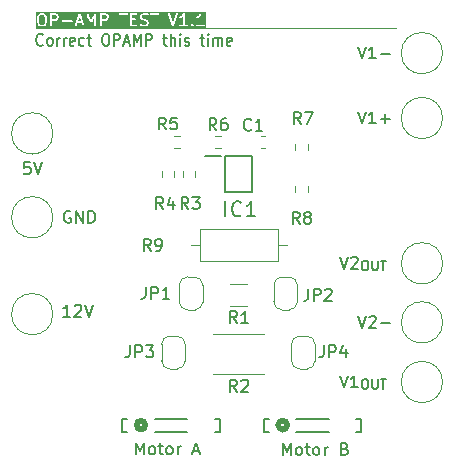
<source format=gbr>
%TF.GenerationSoftware,KiCad,Pcbnew,8.0.2*%
%TF.CreationDate,2024-12-27T17:59:50+11:00*%
%TF.ProjectId,Shutter-TestPlatform,53687574-7465-4722-9d54-657374506c61,rev?*%
%TF.SameCoordinates,Original*%
%TF.FileFunction,Legend,Top*%
%TF.FilePolarity,Positive*%
%FSLAX46Y46*%
G04 Gerber Fmt 4.6, Leading zero omitted, Abs format (unit mm)*
G04 Created by KiCad (PCBNEW 8.0.2) date 2024-12-27 17:59:50*
%MOMM*%
%LPD*%
G01*
G04 APERTURE LIST*
%ADD10C,0.130000*%
%ADD11C,0.100000*%
%ADD12C,0.153000*%
%ADD13C,0.120000*%
%ADD14C,0.152400*%
%ADD15C,0.508000*%
%ADD16C,0.200000*%
G04 APERTURE END LIST*
D10*
X148914097Y-64775620D02*
X148871240Y-64823240D01*
X148871240Y-64823240D02*
X148742668Y-64870859D01*
X148742668Y-64870859D02*
X148656954Y-64870859D01*
X148656954Y-64870859D02*
X148528383Y-64823240D01*
X148528383Y-64823240D02*
X148442668Y-64728001D01*
X148442668Y-64728001D02*
X148399811Y-64632763D01*
X148399811Y-64632763D02*
X148356954Y-64442287D01*
X148356954Y-64442287D02*
X148356954Y-64299430D01*
X148356954Y-64299430D02*
X148399811Y-64108954D01*
X148399811Y-64108954D02*
X148442668Y-64013716D01*
X148442668Y-64013716D02*
X148528383Y-63918478D01*
X148528383Y-63918478D02*
X148656954Y-63870859D01*
X148656954Y-63870859D02*
X148742668Y-63870859D01*
X148742668Y-63870859D02*
X148871240Y-63918478D01*
X148871240Y-63918478D02*
X148914097Y-63966097D01*
X149428383Y-64870859D02*
X149342668Y-64823240D01*
X149342668Y-64823240D02*
X149299811Y-64775620D01*
X149299811Y-64775620D02*
X149256954Y-64680382D01*
X149256954Y-64680382D02*
X149256954Y-64394668D01*
X149256954Y-64394668D02*
X149299811Y-64299430D01*
X149299811Y-64299430D02*
X149342668Y-64251811D01*
X149342668Y-64251811D02*
X149428383Y-64204192D01*
X149428383Y-64204192D02*
X149556954Y-64204192D01*
X149556954Y-64204192D02*
X149642668Y-64251811D01*
X149642668Y-64251811D02*
X149685526Y-64299430D01*
X149685526Y-64299430D02*
X149728383Y-64394668D01*
X149728383Y-64394668D02*
X149728383Y-64680382D01*
X149728383Y-64680382D02*
X149685526Y-64775620D01*
X149685526Y-64775620D02*
X149642668Y-64823240D01*
X149642668Y-64823240D02*
X149556954Y-64870859D01*
X149556954Y-64870859D02*
X149428383Y-64870859D01*
X150114097Y-64870859D02*
X150114097Y-64204192D01*
X150114097Y-64394668D02*
X150156954Y-64299430D01*
X150156954Y-64299430D02*
X150199812Y-64251811D01*
X150199812Y-64251811D02*
X150285526Y-64204192D01*
X150285526Y-64204192D02*
X150371240Y-64204192D01*
X150671240Y-64870859D02*
X150671240Y-64204192D01*
X150671240Y-64394668D02*
X150714097Y-64299430D01*
X150714097Y-64299430D02*
X150756955Y-64251811D01*
X150756955Y-64251811D02*
X150842669Y-64204192D01*
X150842669Y-64204192D02*
X150928383Y-64204192D01*
X151571240Y-64823240D02*
X151485526Y-64870859D01*
X151485526Y-64870859D02*
X151314098Y-64870859D01*
X151314098Y-64870859D02*
X151228383Y-64823240D01*
X151228383Y-64823240D02*
X151185526Y-64728001D01*
X151185526Y-64728001D02*
X151185526Y-64347049D01*
X151185526Y-64347049D02*
X151228383Y-64251811D01*
X151228383Y-64251811D02*
X151314098Y-64204192D01*
X151314098Y-64204192D02*
X151485526Y-64204192D01*
X151485526Y-64204192D02*
X151571240Y-64251811D01*
X151571240Y-64251811D02*
X151614098Y-64347049D01*
X151614098Y-64347049D02*
X151614098Y-64442287D01*
X151614098Y-64442287D02*
X151185526Y-64537525D01*
X152385527Y-64823240D02*
X152299812Y-64870859D01*
X152299812Y-64870859D02*
X152128384Y-64870859D01*
X152128384Y-64870859D02*
X152042669Y-64823240D01*
X152042669Y-64823240D02*
X151999812Y-64775620D01*
X151999812Y-64775620D02*
X151956955Y-64680382D01*
X151956955Y-64680382D02*
X151956955Y-64394668D01*
X151956955Y-64394668D02*
X151999812Y-64299430D01*
X151999812Y-64299430D02*
X152042669Y-64251811D01*
X152042669Y-64251811D02*
X152128384Y-64204192D01*
X152128384Y-64204192D02*
X152299812Y-64204192D01*
X152299812Y-64204192D02*
X152385527Y-64251811D01*
X152642670Y-64204192D02*
X152985527Y-64204192D01*
X152771241Y-63870859D02*
X152771241Y-64728001D01*
X152771241Y-64728001D02*
X152814098Y-64823240D01*
X152814098Y-64823240D02*
X152899813Y-64870859D01*
X152899813Y-64870859D02*
X152985527Y-64870859D01*
X154142670Y-63870859D02*
X154314098Y-63870859D01*
X154314098Y-63870859D02*
X154399813Y-63918478D01*
X154399813Y-63918478D02*
X154485527Y-64013716D01*
X154485527Y-64013716D02*
X154528384Y-64204192D01*
X154528384Y-64204192D02*
X154528384Y-64537525D01*
X154528384Y-64537525D02*
X154485527Y-64728001D01*
X154485527Y-64728001D02*
X154399813Y-64823240D01*
X154399813Y-64823240D02*
X154314098Y-64870859D01*
X154314098Y-64870859D02*
X154142670Y-64870859D01*
X154142670Y-64870859D02*
X154056956Y-64823240D01*
X154056956Y-64823240D02*
X153971241Y-64728001D01*
X153971241Y-64728001D02*
X153928384Y-64537525D01*
X153928384Y-64537525D02*
X153928384Y-64204192D01*
X153928384Y-64204192D02*
X153971241Y-64013716D01*
X153971241Y-64013716D02*
X154056956Y-63918478D01*
X154056956Y-63918478D02*
X154142670Y-63870859D01*
X154914098Y-64870859D02*
X154914098Y-63870859D01*
X154914098Y-63870859D02*
X155256955Y-63870859D01*
X155256955Y-63870859D02*
X155342670Y-63918478D01*
X155342670Y-63918478D02*
X155385527Y-63966097D01*
X155385527Y-63966097D02*
X155428384Y-64061335D01*
X155428384Y-64061335D02*
X155428384Y-64204192D01*
X155428384Y-64204192D02*
X155385527Y-64299430D01*
X155385527Y-64299430D02*
X155342670Y-64347049D01*
X155342670Y-64347049D02*
X155256955Y-64394668D01*
X155256955Y-64394668D02*
X154914098Y-64394668D01*
X155771241Y-64585144D02*
X156199813Y-64585144D01*
X155685527Y-64870859D02*
X155985527Y-63870859D01*
X155985527Y-63870859D02*
X156285527Y-64870859D01*
X156585527Y-64870859D02*
X156585527Y-63870859D01*
X156585527Y-63870859D02*
X156885527Y-64585144D01*
X156885527Y-64585144D02*
X157185527Y-63870859D01*
X157185527Y-63870859D02*
X157185527Y-64870859D01*
X157614098Y-64870859D02*
X157614098Y-63870859D01*
X157614098Y-63870859D02*
X157956955Y-63870859D01*
X157956955Y-63870859D02*
X158042670Y-63918478D01*
X158042670Y-63918478D02*
X158085527Y-63966097D01*
X158085527Y-63966097D02*
X158128384Y-64061335D01*
X158128384Y-64061335D02*
X158128384Y-64204192D01*
X158128384Y-64204192D02*
X158085527Y-64299430D01*
X158085527Y-64299430D02*
X158042670Y-64347049D01*
X158042670Y-64347049D02*
X157956955Y-64394668D01*
X157956955Y-64394668D02*
X157614098Y-64394668D01*
X159071241Y-64204192D02*
X159414098Y-64204192D01*
X159199812Y-63870859D02*
X159199812Y-64728001D01*
X159199812Y-64728001D02*
X159242669Y-64823240D01*
X159242669Y-64823240D02*
X159328384Y-64870859D01*
X159328384Y-64870859D02*
X159414098Y-64870859D01*
X159714098Y-64870859D02*
X159714098Y-63870859D01*
X160099813Y-64870859D02*
X160099813Y-64347049D01*
X160099813Y-64347049D02*
X160056955Y-64251811D01*
X160056955Y-64251811D02*
X159971241Y-64204192D01*
X159971241Y-64204192D02*
X159842670Y-64204192D01*
X159842670Y-64204192D02*
X159756955Y-64251811D01*
X159756955Y-64251811D02*
X159714098Y-64299430D01*
X160528384Y-64870859D02*
X160528384Y-64204192D01*
X160528384Y-63870859D02*
X160485527Y-63918478D01*
X160485527Y-63918478D02*
X160528384Y-63966097D01*
X160528384Y-63966097D02*
X160571241Y-63918478D01*
X160571241Y-63918478D02*
X160528384Y-63870859D01*
X160528384Y-63870859D02*
X160528384Y-63966097D01*
X160914098Y-64823240D02*
X160999812Y-64870859D01*
X160999812Y-64870859D02*
X161171241Y-64870859D01*
X161171241Y-64870859D02*
X161256955Y-64823240D01*
X161256955Y-64823240D02*
X161299812Y-64728001D01*
X161299812Y-64728001D02*
X161299812Y-64680382D01*
X161299812Y-64680382D02*
X161256955Y-64585144D01*
X161256955Y-64585144D02*
X161171241Y-64537525D01*
X161171241Y-64537525D02*
X161042670Y-64537525D01*
X161042670Y-64537525D02*
X160956955Y-64489906D01*
X160956955Y-64489906D02*
X160914098Y-64394668D01*
X160914098Y-64394668D02*
X160914098Y-64347049D01*
X160914098Y-64347049D02*
X160956955Y-64251811D01*
X160956955Y-64251811D02*
X161042670Y-64204192D01*
X161042670Y-64204192D02*
X161171241Y-64204192D01*
X161171241Y-64204192D02*
X161256955Y-64251811D01*
X162242669Y-64204192D02*
X162585526Y-64204192D01*
X162371240Y-63870859D02*
X162371240Y-64728001D01*
X162371240Y-64728001D02*
X162414097Y-64823240D01*
X162414097Y-64823240D02*
X162499812Y-64870859D01*
X162499812Y-64870859D02*
X162585526Y-64870859D01*
X162885526Y-64870859D02*
X162885526Y-64204192D01*
X162885526Y-63870859D02*
X162842669Y-63918478D01*
X162842669Y-63918478D02*
X162885526Y-63966097D01*
X162885526Y-63966097D02*
X162928383Y-63918478D01*
X162928383Y-63918478D02*
X162885526Y-63870859D01*
X162885526Y-63870859D02*
X162885526Y-63966097D01*
X163314097Y-64870859D02*
X163314097Y-64204192D01*
X163314097Y-64299430D02*
X163356954Y-64251811D01*
X163356954Y-64251811D02*
X163442669Y-64204192D01*
X163442669Y-64204192D02*
X163571240Y-64204192D01*
X163571240Y-64204192D02*
X163656954Y-64251811D01*
X163656954Y-64251811D02*
X163699812Y-64347049D01*
X163699812Y-64347049D02*
X163699812Y-64870859D01*
X163699812Y-64347049D02*
X163742669Y-64251811D01*
X163742669Y-64251811D02*
X163828383Y-64204192D01*
X163828383Y-64204192D02*
X163956954Y-64204192D01*
X163956954Y-64204192D02*
X164042669Y-64251811D01*
X164042669Y-64251811D02*
X164085526Y-64347049D01*
X164085526Y-64347049D02*
X164085526Y-64870859D01*
X164856954Y-64823240D02*
X164771240Y-64870859D01*
X164771240Y-64870859D02*
X164599812Y-64870859D01*
X164599812Y-64870859D02*
X164514097Y-64823240D01*
X164514097Y-64823240D02*
X164471240Y-64728001D01*
X164471240Y-64728001D02*
X164471240Y-64347049D01*
X164471240Y-64347049D02*
X164514097Y-64251811D01*
X164514097Y-64251811D02*
X164599812Y-64204192D01*
X164599812Y-64204192D02*
X164771240Y-64204192D01*
X164771240Y-64204192D02*
X164856954Y-64251811D01*
X164856954Y-64251811D02*
X164899812Y-64347049D01*
X164899812Y-64347049D02*
X164899812Y-64442287D01*
X164899812Y-64442287D02*
X164471240Y-64537525D01*
D11*
X178800000Y-63400000D02*
X148355666Y-63402909D01*
D12*
G36*
X148967416Y-62277816D02*
G01*
X149040769Y-62349740D01*
X149081317Y-62507265D01*
X149082644Y-62821645D01*
X149042674Y-62986389D01*
X148972692Y-63057761D01*
X148903759Y-63093277D01*
X148749301Y-63094382D01*
X148681514Y-63061509D01*
X148608162Y-62989583D01*
X148567614Y-62832059D01*
X148566287Y-62517679D01*
X148606257Y-62352936D01*
X148676238Y-62281565D01*
X148745172Y-62246048D01*
X148899630Y-62244943D01*
X148967416Y-62277816D01*
G37*
G36*
X152147942Y-62807762D02*
G01*
X151882026Y-62808558D01*
X152014507Y-62409285D01*
X152147942Y-62807762D01*
G37*
G36*
X150015249Y-62277919D02*
G01*
X150046246Y-62307829D01*
X150081448Y-62376151D01*
X150082444Y-62483075D01*
X150049541Y-62550924D01*
X150019634Y-62581918D01*
X149951486Y-62617030D01*
X149662072Y-62618105D01*
X149661533Y-62245883D01*
X149947002Y-62244823D01*
X150015249Y-62277919D01*
G37*
G36*
X154253344Y-62277919D02*
G01*
X154284341Y-62307829D01*
X154319543Y-62376151D01*
X154320539Y-62483075D01*
X154287636Y-62550924D01*
X154257729Y-62581918D01*
X154189581Y-62617030D01*
X153900167Y-62618105D01*
X153899628Y-62245883D01*
X154185097Y-62244823D01*
X154253344Y-62277919D01*
G37*
G36*
X162724893Y-63357274D02*
G01*
X148303522Y-63357274D01*
X148303522Y-62502996D01*
X148414633Y-62502996D01*
X148416018Y-62831344D01*
X148414724Y-62840048D01*
X148416094Y-62849321D01*
X148416103Y-62851253D01*
X148416534Y-62852294D01*
X148416917Y-62854883D01*
X148463722Y-63036715D01*
X148463722Y-63041729D01*
X148467130Y-63049958D01*
X148469582Y-63059481D01*
X148472968Y-63064051D01*
X148475145Y-63069306D01*
X148484658Y-63080898D01*
X148580452Y-63174829D01*
X148587087Y-63182479D01*
X148590346Y-63184531D01*
X148591489Y-63185651D01*
X148593351Y-63186422D01*
X148599778Y-63190468D01*
X148685492Y-63232035D01*
X148686727Y-63233270D01*
X148695718Y-63236994D01*
X148709022Y-63243446D01*
X148711763Y-63243640D01*
X148714304Y-63244693D01*
X148729228Y-63246163D01*
X148908098Y-63244882D01*
X148910136Y-63245562D01*
X148920990Y-63244790D01*
X148934628Y-63244693D01*
X148937168Y-63243640D01*
X148939910Y-63243446D01*
X148953916Y-63238087D01*
X149048489Y-63189360D01*
X149057444Y-63185651D01*
X149060404Y-63183221D01*
X149061845Y-63182479D01*
X149063169Y-63180952D01*
X149069036Y-63176137D01*
X149157512Y-63085904D01*
X149161580Y-63083464D01*
X149166758Y-63076475D01*
X149173788Y-63069306D01*
X149175965Y-63064049D01*
X149179350Y-63059481D01*
X149184396Y-63045359D01*
X149229595Y-62859058D01*
X149232829Y-62851253D01*
X149233744Y-62841958D01*
X149234208Y-62840048D01*
X149234042Y-62838934D01*
X149234299Y-62836329D01*
X149232913Y-62507980D01*
X149234208Y-62499277D01*
X149232837Y-62490003D01*
X149232829Y-62488072D01*
X149232397Y-62487030D01*
X149232015Y-62484442D01*
X149185210Y-62302609D01*
X149185210Y-62297596D01*
X149181801Y-62289366D01*
X149179350Y-62279844D01*
X149175963Y-62275273D01*
X149173787Y-62270019D01*
X149164274Y-62258426D01*
X149073749Y-62169663D01*
X149509871Y-62169663D01*
X149511341Y-63184587D01*
X149522764Y-63212164D01*
X149543870Y-63233270D01*
X149571447Y-63244693D01*
X149601295Y-63244693D01*
X149628872Y-63233270D01*
X149649978Y-63212164D01*
X149661401Y-63184587D01*
X149662871Y-63169663D01*
X149662857Y-63160095D01*
X151605710Y-63160095D01*
X151607826Y-63189869D01*
X151621175Y-63216566D01*
X151643724Y-63236123D01*
X151672041Y-63245562D01*
X151701815Y-63243446D01*
X151728512Y-63230097D01*
X151748069Y-63207548D01*
X151754183Y-63193854D01*
X151831683Y-62960283D01*
X152198648Y-62959185D01*
X152281815Y-63207547D01*
X152301372Y-63230097D01*
X152328069Y-63243445D01*
X152357843Y-63245562D01*
X152386160Y-63236123D01*
X152408709Y-63216565D01*
X152422058Y-63189868D01*
X152424174Y-63160094D01*
X152420849Y-63145471D01*
X152094087Y-62169663D01*
X152605109Y-62169663D01*
X152606579Y-63184587D01*
X152618002Y-63212164D01*
X152639108Y-63233270D01*
X152666685Y-63244693D01*
X152696533Y-63244693D01*
X152724110Y-63233270D01*
X152745216Y-63212164D01*
X152756639Y-63184587D01*
X152758109Y-63169663D01*
X152757154Y-62510970D01*
X152945685Y-62913042D01*
X152949530Y-62923615D01*
X152951810Y-62926105D01*
X152953262Y-62929201D01*
X152961834Y-62937051D01*
X152969689Y-62945628D01*
X152972771Y-62947066D01*
X152975276Y-62949360D01*
X152986197Y-62953331D01*
X152996737Y-62958250D01*
X153000132Y-62958399D01*
X153003327Y-62959561D01*
X153014942Y-62959050D01*
X153026557Y-62959561D01*
X153029751Y-62958399D01*
X153033147Y-62958250D01*
X153043684Y-62953332D01*
X153054609Y-62949360D01*
X153057114Y-62947065D01*
X153060195Y-62945628D01*
X153068047Y-62937053D01*
X153076622Y-62929201D01*
X153079156Y-62924922D01*
X153080354Y-62923615D01*
X153081026Y-62921766D01*
X153084265Y-62916299D01*
X153272270Y-62511498D01*
X153273245Y-63184587D01*
X153284668Y-63212164D01*
X153305774Y-63233270D01*
X153333351Y-63244693D01*
X153363199Y-63244693D01*
X153390776Y-63233270D01*
X153411882Y-63212164D01*
X153423305Y-63184587D01*
X153424775Y-63169663D01*
X153423328Y-62170780D01*
X153423377Y-62169663D01*
X153747966Y-62169663D01*
X153749436Y-63184587D01*
X153760859Y-63212164D01*
X153781965Y-63233270D01*
X153809542Y-63244693D01*
X153839390Y-63244693D01*
X153866967Y-63233270D01*
X153888073Y-63212164D01*
X153899496Y-63184587D01*
X153900966Y-63169663D01*
X153900386Y-62769690D01*
X154193541Y-62768601D01*
X154195850Y-62769371D01*
X154207401Y-62768550D01*
X154220342Y-62768502D01*
X154222882Y-62767449D01*
X154225624Y-62767255D01*
X154239630Y-62761896D01*
X154334207Y-62713167D01*
X154343157Y-62709460D01*
X154346117Y-62707030D01*
X154347559Y-62706288D01*
X154348883Y-62704761D01*
X154354750Y-62699947D01*
X154402125Y-62650847D01*
X154408710Y-62645137D01*
X154410726Y-62641933D01*
X154411882Y-62640736D01*
X154412654Y-62638870D01*
X154416699Y-62632446D01*
X154458266Y-62546731D01*
X154459501Y-62545497D01*
X154463225Y-62536505D01*
X154469677Y-62523202D01*
X154469871Y-62520460D01*
X154470924Y-62517920D01*
X154472394Y-62502996D01*
X154471169Y-62371577D01*
X154471793Y-62369707D01*
X154471055Y-62359329D01*
X154470924Y-62345215D01*
X154469871Y-62342674D01*
X154469677Y-62339933D01*
X154464318Y-62325927D01*
X154415589Y-62231350D01*
X154411882Y-62222399D01*
X154409452Y-62219438D01*
X154408710Y-62217998D01*
X154407183Y-62216673D01*
X154402368Y-62210807D01*
X154353274Y-62163437D01*
X154347559Y-62156847D01*
X154344352Y-62154828D01*
X154344260Y-62154739D01*
X155368484Y-62154739D01*
X155368484Y-62184587D01*
X155379907Y-62212164D01*
X155401013Y-62233270D01*
X155428590Y-62244693D01*
X155443514Y-62246163D01*
X155652838Y-62245638D01*
X155654198Y-63184587D01*
X155665621Y-63212164D01*
X155686727Y-63233270D01*
X155714304Y-63244693D01*
X155744152Y-63244693D01*
X155771729Y-63233270D01*
X155792835Y-63212164D01*
X155804258Y-63184587D01*
X155805728Y-63169663D01*
X155804389Y-62245258D01*
X156029866Y-62244693D01*
X156057443Y-62233270D01*
X156078549Y-62212164D01*
X156089972Y-62184587D01*
X156089972Y-62169663D01*
X156271776Y-62169663D01*
X156273246Y-63184587D01*
X156284669Y-63212164D01*
X156305775Y-63233270D01*
X156333352Y-63244693D01*
X156348276Y-63246163D01*
X156839390Y-63244693D01*
X156866967Y-63233270D01*
X156888073Y-63212164D01*
X156899496Y-63184587D01*
X156899496Y-63154739D01*
X156888073Y-63127162D01*
X156866967Y-63106056D01*
X156839390Y-63094633D01*
X156824466Y-63093163D01*
X156424666Y-63094359D01*
X156424127Y-62722032D01*
X156696533Y-62720883D01*
X156724110Y-62709460D01*
X156745216Y-62688354D01*
X156756639Y-62660777D01*
X156756639Y-62630929D01*
X156745216Y-62603352D01*
X156724110Y-62582246D01*
X156696533Y-62570823D01*
X156681609Y-62569353D01*
X156423908Y-62570440D01*
X156423603Y-62360139D01*
X157128919Y-62360139D01*
X157130041Y-62444245D01*
X157129520Y-62445809D01*
X157130187Y-62455201D01*
X157130389Y-62470301D01*
X157131441Y-62472841D01*
X157131636Y-62475583D01*
X157136995Y-62489589D01*
X157185723Y-62584166D01*
X157189431Y-62593116D01*
X157191860Y-62596076D01*
X157192603Y-62597518D01*
X157194129Y-62598842D01*
X157198944Y-62604709D01*
X157248043Y-62652084D01*
X157253754Y-62658669D01*
X157256957Y-62660685D01*
X157258155Y-62661841D01*
X157260020Y-62662613D01*
X157266445Y-62666658D01*
X157357615Y-62710871D01*
X157363219Y-62715023D01*
X157374456Y-62719038D01*
X157375689Y-62719636D01*
X157376238Y-62719675D01*
X157377341Y-62720069D01*
X157554580Y-62763070D01*
X157634297Y-62801728D01*
X157665294Y-62831638D01*
X157700562Y-62900088D01*
X157701355Y-62959547D01*
X157668589Y-63027114D01*
X157638680Y-63058110D01*
X157570469Y-63093255D01*
X157364318Y-63094453D01*
X157214987Y-63046145D01*
X157185213Y-63048261D01*
X157158516Y-63061610D01*
X157138959Y-63084159D01*
X157129520Y-63112476D01*
X157131636Y-63142250D01*
X157144985Y-63168947D01*
X157167534Y-63188504D01*
X157181228Y-63194618D01*
X157323836Y-63240751D01*
X157333352Y-63244693D01*
X157337189Y-63245070D01*
X157338707Y-63245562D01*
X157340721Y-63245418D01*
X157348276Y-63246163D01*
X157574660Y-63244847D01*
X157576803Y-63245562D01*
X157587938Y-63244770D01*
X157601295Y-63244693D01*
X157603835Y-63243640D01*
X157606577Y-63243446D01*
X157620583Y-63238087D01*
X157715156Y-63189360D01*
X157724111Y-63185651D01*
X157727071Y-63183221D01*
X157728512Y-63182479D01*
X157729836Y-63180952D01*
X157735703Y-63176137D01*
X157783073Y-63127041D01*
X157789663Y-63121327D01*
X157791681Y-63118120D01*
X157792835Y-63116925D01*
X157793606Y-63115062D01*
X157797652Y-63108636D01*
X157839219Y-63022921D01*
X157840454Y-63021687D01*
X157844178Y-63012695D01*
X157850630Y-62999392D01*
X157850824Y-62996650D01*
X157851877Y-62994110D01*
X157853347Y-62979186D01*
X157852224Y-62895079D01*
X157852746Y-62893516D01*
X157852078Y-62884123D01*
X157851877Y-62869024D01*
X157850824Y-62866483D01*
X157850630Y-62863742D01*
X157845271Y-62849736D01*
X157796542Y-62755159D01*
X157792835Y-62746208D01*
X157790405Y-62743247D01*
X157789663Y-62741807D01*
X157788136Y-62740482D01*
X157783321Y-62734616D01*
X157734227Y-62687246D01*
X157728512Y-62680656D01*
X157725305Y-62678637D01*
X157724110Y-62677484D01*
X157722247Y-62676712D01*
X157715821Y-62672667D01*
X157624650Y-62628453D01*
X157619047Y-62624302D01*
X157607809Y-62620286D01*
X157606577Y-62619689D01*
X157606027Y-62619649D01*
X157604925Y-62619256D01*
X157427685Y-62576254D01*
X157347966Y-62537595D01*
X157316972Y-62507688D01*
X157281703Y-62439236D01*
X157280910Y-62379777D01*
X157313675Y-62312212D01*
X157343585Y-62281215D01*
X157411796Y-62246070D01*
X157617947Y-62244872D01*
X157767278Y-62293181D01*
X157797052Y-62291065D01*
X157823749Y-62277716D01*
X157843307Y-62255167D01*
X157852746Y-62226850D01*
X157850629Y-62197076D01*
X157837281Y-62170379D01*
X157819247Y-62154739D01*
X157987532Y-62154739D01*
X157987532Y-62184587D01*
X157998955Y-62212164D01*
X158020061Y-62233270D01*
X158047638Y-62244693D01*
X158062562Y-62246163D01*
X158271886Y-62245638D01*
X158273246Y-63184587D01*
X158284669Y-63212164D01*
X158305775Y-63233270D01*
X158333352Y-63244693D01*
X158363200Y-63244693D01*
X158390777Y-63233270D01*
X158411883Y-63212164D01*
X158423306Y-63184587D01*
X158424776Y-63169663D01*
X158423437Y-62245258D01*
X158648914Y-62244693D01*
X158676491Y-62233270D01*
X158697597Y-62212164D01*
X158709020Y-62184587D01*
X158709020Y-62179231D01*
X159510473Y-62179231D01*
X159513798Y-62193854D01*
X159845543Y-63184549D01*
X159845922Y-63189869D01*
X159850170Y-63198365D01*
X159853245Y-63207547D01*
X159856825Y-63211675D01*
X159859271Y-63216566D01*
X159866518Y-63222851D01*
X159872802Y-63230097D01*
X159877689Y-63232540D01*
X159881820Y-63236123D01*
X159890924Y-63239157D01*
X159899499Y-63243445D01*
X159904948Y-63243832D01*
X159910137Y-63245562D01*
X159919707Y-63244881D01*
X159929273Y-63245562D01*
X159934458Y-63243833D01*
X159939911Y-63243446D01*
X159948490Y-63239156D01*
X159957590Y-63236123D01*
X159961719Y-63232541D01*
X159966608Y-63230097D01*
X159972895Y-63222848D01*
X159980139Y-63216565D01*
X159982582Y-63211679D01*
X159986165Y-63207548D01*
X159992279Y-63193854D01*
X160240485Y-62445809D01*
X160462854Y-62445809D01*
X160464970Y-62475583D01*
X160478318Y-62502280D01*
X160500868Y-62521837D01*
X160529185Y-62531276D01*
X160558959Y-62529160D01*
X160572965Y-62523801D01*
X160667542Y-62475072D01*
X160676492Y-62471365D01*
X160679452Y-62468935D01*
X160680894Y-62468193D01*
X160682218Y-62466666D01*
X160688085Y-62461852D01*
X160748301Y-62400440D01*
X160749305Y-63094067D01*
X160523829Y-63094633D01*
X160496252Y-63106056D01*
X160475146Y-63127162D01*
X160463723Y-63154739D01*
X160463723Y-63184587D01*
X160475146Y-63212164D01*
X160496252Y-63233270D01*
X160523829Y-63244693D01*
X160538753Y-63246163D01*
X161125105Y-63244693D01*
X161152682Y-63233270D01*
X161173788Y-63212164D01*
X161185211Y-63184587D01*
X161185211Y-63154739D01*
X161173788Y-63127162D01*
X161153747Y-63107121D01*
X161416104Y-63107121D01*
X161416104Y-63136969D01*
X161427527Y-63164546D01*
X161427531Y-63164550D01*
X161437040Y-63176138D01*
X161496251Y-63233270D01*
X161507674Y-63238001D01*
X161523829Y-63244693D01*
X161553677Y-63244693D01*
X161581254Y-63233270D01*
X161592847Y-63223757D01*
X161649979Y-63164546D01*
X161661401Y-63136969D01*
X161661401Y-63122760D01*
X161661402Y-63107120D01*
X161649979Y-63079543D01*
X161640466Y-63067951D01*
X161581255Y-63010817D01*
X161553678Y-62999394D01*
X161553677Y-62999394D01*
X161523829Y-62999394D01*
X161515752Y-63002739D01*
X161496252Y-63010816D01*
X161496251Y-63010817D01*
X161484659Y-63020331D01*
X161427526Y-63079543D01*
X161416104Y-63107121D01*
X161153747Y-63107121D01*
X161152682Y-63106056D01*
X161125105Y-63094633D01*
X161110181Y-63093163D01*
X160900856Y-63093687D01*
X160899918Y-62445809D01*
X161891425Y-62445809D01*
X161893541Y-62475583D01*
X161906889Y-62502280D01*
X161929439Y-62521837D01*
X161957756Y-62531276D01*
X161987530Y-62529160D01*
X162001536Y-62523801D01*
X162096113Y-62475072D01*
X162105063Y-62471365D01*
X162108023Y-62468935D01*
X162109465Y-62468193D01*
X162110789Y-62466666D01*
X162116656Y-62461852D01*
X162176872Y-62400440D01*
X162177876Y-63094067D01*
X161952400Y-63094633D01*
X161924823Y-63106056D01*
X161903717Y-63127162D01*
X161892294Y-63154739D01*
X161892294Y-63184587D01*
X161903717Y-63212164D01*
X161924823Y-63233270D01*
X161952400Y-63244693D01*
X161967324Y-63246163D01*
X162553676Y-63244693D01*
X162581253Y-63233270D01*
X162602359Y-63212164D01*
X162613782Y-63184587D01*
X162613782Y-63154739D01*
X162602359Y-63127162D01*
X162581253Y-63106056D01*
X162553676Y-63094633D01*
X162538752Y-63093163D01*
X162329427Y-63093687D01*
X162328100Y-62176851D01*
X162329538Y-62169583D01*
X162328078Y-62162287D01*
X162328068Y-62154739D01*
X162325169Y-62147741D01*
X162323684Y-62140314D01*
X162319512Y-62134084D01*
X162316645Y-62127162D01*
X162311291Y-62121808D01*
X162307075Y-62115512D01*
X162300835Y-62111352D01*
X162295539Y-62106056D01*
X162288544Y-62103158D01*
X162282240Y-62098956D01*
X162274886Y-62097501D01*
X162267962Y-62094633D01*
X162260388Y-62094633D01*
X162252958Y-62093163D01*
X162245608Y-62094633D01*
X162238114Y-62094633D01*
X162231116Y-62097531D01*
X162223689Y-62099017D01*
X162217460Y-62103188D01*
X162210537Y-62106056D01*
X162205182Y-62111410D01*
X162198888Y-62115626D01*
X162189481Y-62127111D01*
X162189431Y-62127162D01*
X162189421Y-62127184D01*
X162189386Y-62127228D01*
X162102801Y-62259348D01*
X162020313Y-62343474D01*
X161920421Y-62394942D01*
X161900864Y-62417492D01*
X161891425Y-62445809D01*
X160899918Y-62445809D01*
X160899529Y-62176851D01*
X160900967Y-62169583D01*
X160899507Y-62162287D01*
X160899497Y-62154739D01*
X160896598Y-62147741D01*
X160895113Y-62140314D01*
X160890941Y-62134084D01*
X160888074Y-62127162D01*
X160882720Y-62121808D01*
X160878504Y-62115512D01*
X160872264Y-62111352D01*
X160866968Y-62106056D01*
X160859973Y-62103158D01*
X160853669Y-62098956D01*
X160846315Y-62097501D01*
X160839391Y-62094633D01*
X160831817Y-62094633D01*
X160824387Y-62093163D01*
X160817037Y-62094633D01*
X160809543Y-62094633D01*
X160802545Y-62097531D01*
X160795118Y-62099017D01*
X160788889Y-62103188D01*
X160781966Y-62106056D01*
X160776611Y-62111410D01*
X160770317Y-62115626D01*
X160760910Y-62127111D01*
X160760860Y-62127162D01*
X160760850Y-62127184D01*
X160760815Y-62127228D01*
X160674230Y-62259348D01*
X160591742Y-62343474D01*
X160491850Y-62394942D01*
X160472293Y-62417492D01*
X160462854Y-62445809D01*
X160240485Y-62445809D01*
X160328937Y-62179232D01*
X160326821Y-62149458D01*
X160313472Y-62122761D01*
X160290923Y-62103203D01*
X160262606Y-62093764D01*
X160232832Y-62095881D01*
X160206135Y-62109229D01*
X160186578Y-62131779D01*
X160180464Y-62145472D01*
X159920139Y-62930040D01*
X159652832Y-62131778D01*
X159633275Y-62109229D01*
X159606578Y-62095880D01*
X159576804Y-62093764D01*
X159548487Y-62103203D01*
X159525938Y-62122760D01*
X159512589Y-62149457D01*
X159510473Y-62179231D01*
X158709020Y-62179231D01*
X158709020Y-62154739D01*
X158697597Y-62127162D01*
X158676491Y-62106056D01*
X158648914Y-62094633D01*
X158633990Y-62093163D01*
X158047638Y-62094633D01*
X158020061Y-62106056D01*
X157998955Y-62127162D01*
X157987532Y-62154739D01*
X157819247Y-62154739D01*
X157814731Y-62150822D01*
X157801038Y-62144708D01*
X157658433Y-62098576D01*
X157648914Y-62094633D01*
X157645075Y-62094254D01*
X157643558Y-62093764D01*
X157641544Y-62093907D01*
X157633990Y-62093163D01*
X157407605Y-62094478D01*
X157405463Y-62093764D01*
X157394327Y-62094555D01*
X157380971Y-62094633D01*
X157378430Y-62095685D01*
X157375689Y-62095880D01*
X157361683Y-62101239D01*
X157267106Y-62149967D01*
X157258155Y-62153675D01*
X157255194Y-62156104D01*
X157253754Y-62156847D01*
X157252429Y-62158373D01*
X157246563Y-62163189D01*
X157199193Y-62212282D01*
X157192603Y-62217998D01*
X157190584Y-62221204D01*
X157189431Y-62222400D01*
X157188659Y-62224262D01*
X157184614Y-62230689D01*
X157143046Y-62316403D01*
X157141812Y-62317638D01*
X157138087Y-62326629D01*
X157131636Y-62339933D01*
X157131441Y-62342674D01*
X157130389Y-62345215D01*
X157128919Y-62360139D01*
X156423603Y-62360139D01*
X156423438Y-62245938D01*
X156839390Y-62244693D01*
X156866967Y-62233270D01*
X156888073Y-62212164D01*
X156899496Y-62184587D01*
X156899496Y-62154739D01*
X156888073Y-62127162D01*
X156866967Y-62106056D01*
X156839390Y-62094633D01*
X156824466Y-62093163D01*
X156333352Y-62094633D01*
X156305775Y-62106056D01*
X156284669Y-62127162D01*
X156273246Y-62154739D01*
X156271776Y-62169663D01*
X156089972Y-62169663D01*
X156089972Y-62154739D01*
X156078549Y-62127162D01*
X156057443Y-62106056D01*
X156029866Y-62094633D01*
X156014942Y-62093163D01*
X155428590Y-62094633D01*
X155401013Y-62106056D01*
X155379907Y-62127162D01*
X155368484Y-62154739D01*
X154344260Y-62154739D01*
X154343157Y-62153675D01*
X154341294Y-62152903D01*
X154334868Y-62148858D01*
X154249153Y-62107290D01*
X154247919Y-62106056D01*
X154238927Y-62102331D01*
X154225624Y-62095880D01*
X154222882Y-62095685D01*
X154220342Y-62094633D01*
X154205418Y-62093163D01*
X153809542Y-62094633D01*
X153781965Y-62106056D01*
X153760859Y-62127162D01*
X153749436Y-62154739D01*
X153747966Y-62169663D01*
X153423377Y-62169663D01*
X153423888Y-62158048D01*
X153423307Y-62156451D01*
X153423305Y-62154739D01*
X153418224Y-62142474D01*
X153413687Y-62129996D01*
X153412534Y-62128737D01*
X153411882Y-62127162D01*
X153402498Y-62117778D01*
X153393528Y-62107983D01*
X153391981Y-62107261D01*
X153390776Y-62106056D01*
X153378516Y-62100977D01*
X153366480Y-62095361D01*
X153364775Y-62095286D01*
X153363199Y-62094633D01*
X153349921Y-62094633D01*
X153336660Y-62094050D01*
X153335057Y-62094633D01*
X153333351Y-62094633D01*
X153321082Y-62099715D01*
X153308609Y-62104251D01*
X153307351Y-62105402D01*
X153305774Y-62106056D01*
X153296385Y-62115444D01*
X153286595Y-62124410D01*
X153285396Y-62126433D01*
X153284668Y-62127162D01*
X153283978Y-62128827D01*
X153278952Y-62137312D01*
X153015409Y-62704753D01*
X152750038Y-62138805D01*
X152745216Y-62127162D01*
X152744017Y-62125963D01*
X152743289Y-62124410D01*
X152733493Y-62115439D01*
X152724110Y-62106056D01*
X152722534Y-62105403D01*
X152721276Y-62104251D01*
X152708797Y-62099713D01*
X152696533Y-62094633D01*
X152694827Y-62094633D01*
X152693224Y-62094050D01*
X152679963Y-62094633D01*
X152666685Y-62094633D01*
X152665108Y-62095286D01*
X152663404Y-62095361D01*
X152651367Y-62100977D01*
X152639108Y-62106056D01*
X152637902Y-62107261D01*
X152636356Y-62107983D01*
X152627385Y-62117778D01*
X152618002Y-62127162D01*
X152617349Y-62128737D01*
X152616197Y-62129996D01*
X152611659Y-62142474D01*
X152606579Y-62154739D01*
X152606348Y-62157078D01*
X152605996Y-62158048D01*
X152606075Y-62159852D01*
X152605109Y-62169663D01*
X152094087Y-62169663D01*
X152089102Y-62154775D01*
X152088725Y-62149458D01*
X152084478Y-62140965D01*
X152081402Y-62131778D01*
X152077819Y-62127646D01*
X152075376Y-62122761D01*
X152068132Y-62116477D01*
X152061845Y-62109229D01*
X152056956Y-62106784D01*
X152052827Y-62103203D01*
X152043727Y-62100169D01*
X152035148Y-62095880D01*
X152029695Y-62095492D01*
X152024510Y-62093764D01*
X152014944Y-62094444D01*
X152005374Y-62093764D01*
X152000185Y-62095493D01*
X151994736Y-62095881D01*
X151986161Y-62100168D01*
X151977057Y-62103203D01*
X151972926Y-62106785D01*
X151968039Y-62109229D01*
X151961755Y-62116474D01*
X151954508Y-62122760D01*
X151952062Y-62127650D01*
X151948482Y-62131779D01*
X151942368Y-62145472D01*
X151704189Y-62863295D01*
X151701817Y-62869024D01*
X151701817Y-62870446D01*
X151605710Y-63160095D01*
X149662857Y-63160095D01*
X149662297Y-62773786D01*
X150511341Y-62773786D01*
X150511341Y-62803634D01*
X150522764Y-62831211D01*
X150543870Y-62852317D01*
X150571447Y-62863740D01*
X150586371Y-62865210D01*
X151363200Y-62863740D01*
X151390777Y-62852317D01*
X151411883Y-62831211D01*
X151423306Y-62803634D01*
X151423306Y-62773786D01*
X151411883Y-62746209D01*
X151390777Y-62725103D01*
X151363200Y-62713680D01*
X151348276Y-62712210D01*
X150571447Y-62713680D01*
X150543870Y-62725103D01*
X150522764Y-62746209D01*
X150511341Y-62773786D01*
X149662297Y-62773786D01*
X149662291Y-62769690D01*
X149955446Y-62768601D01*
X149957755Y-62769371D01*
X149969306Y-62768550D01*
X149982247Y-62768502D01*
X149984787Y-62767449D01*
X149987529Y-62767255D01*
X150001535Y-62761896D01*
X150096112Y-62713167D01*
X150105062Y-62709460D01*
X150108022Y-62707030D01*
X150109464Y-62706288D01*
X150110788Y-62704761D01*
X150116655Y-62699947D01*
X150164030Y-62650847D01*
X150170615Y-62645137D01*
X150172631Y-62641933D01*
X150173787Y-62640736D01*
X150174559Y-62638870D01*
X150178604Y-62632446D01*
X150220171Y-62546731D01*
X150221406Y-62545497D01*
X150225130Y-62536505D01*
X150231582Y-62523202D01*
X150231776Y-62520460D01*
X150232829Y-62517920D01*
X150234299Y-62502996D01*
X150233074Y-62371577D01*
X150233698Y-62369707D01*
X150232960Y-62359329D01*
X150232829Y-62345215D01*
X150231776Y-62342674D01*
X150231582Y-62339933D01*
X150226223Y-62325927D01*
X150177494Y-62231350D01*
X150173787Y-62222399D01*
X150171357Y-62219438D01*
X150170615Y-62217998D01*
X150169088Y-62216673D01*
X150164273Y-62210807D01*
X150115179Y-62163437D01*
X150109464Y-62156847D01*
X150106257Y-62154828D01*
X150105062Y-62153675D01*
X150103199Y-62152903D01*
X150096773Y-62148858D01*
X150011058Y-62107290D01*
X150009824Y-62106056D01*
X150000832Y-62102331D01*
X149987529Y-62095880D01*
X149984787Y-62095685D01*
X149982247Y-62094633D01*
X149967323Y-62093163D01*
X149571447Y-62094633D01*
X149543870Y-62106056D01*
X149522764Y-62127162D01*
X149511341Y-62154739D01*
X149509871Y-62169663D01*
X149073749Y-62169663D01*
X149068478Y-62164495D01*
X149061845Y-62156847D01*
X149058585Y-62154794D01*
X149057443Y-62153675D01*
X149055580Y-62152903D01*
X149049154Y-62148858D01*
X148963439Y-62107290D01*
X148962205Y-62106056D01*
X148953213Y-62102331D01*
X148939910Y-62095880D01*
X148937168Y-62095685D01*
X148934628Y-62094633D01*
X148919704Y-62093163D01*
X148740833Y-62094443D01*
X148738796Y-62093764D01*
X148727941Y-62094535D01*
X148714304Y-62094633D01*
X148711763Y-62095685D01*
X148709022Y-62095880D01*
X148695016Y-62101239D01*
X148600438Y-62149967D01*
X148591489Y-62153675D01*
X148588528Y-62156104D01*
X148587087Y-62156847D01*
X148585762Y-62158373D01*
X148579896Y-62163188D01*
X148491421Y-62253419D01*
X148487352Y-62255861D01*
X148482170Y-62262853D01*
X148475145Y-62270019D01*
X148472968Y-62275273D01*
X148469582Y-62279844D01*
X148464536Y-62293966D01*
X148419336Y-62480266D01*
X148416103Y-62488072D01*
X148415187Y-62497366D01*
X148414724Y-62499277D01*
X148414889Y-62500390D01*
X148414633Y-62502996D01*
X148303522Y-62502996D01*
X148303522Y-61982052D01*
X162724893Y-61982052D01*
X162724893Y-63357274D01*
G37*
X159083333Y-78704663D02*
X158750000Y-78228472D01*
X158511905Y-78704663D02*
X158511905Y-77704663D01*
X158511905Y-77704663D02*
X158892857Y-77704663D01*
X158892857Y-77704663D02*
X158988095Y-77752282D01*
X158988095Y-77752282D02*
X159035714Y-77799901D01*
X159035714Y-77799901D02*
X159083333Y-77895139D01*
X159083333Y-77895139D02*
X159083333Y-78037996D01*
X159083333Y-78037996D02*
X159035714Y-78133234D01*
X159035714Y-78133234D02*
X158988095Y-78180853D01*
X158988095Y-78180853D02*
X158892857Y-78228472D01*
X158892857Y-78228472D02*
X158511905Y-78228472D01*
X159940476Y-78037996D02*
X159940476Y-78704663D01*
X159702381Y-77657044D02*
X159464286Y-78371329D01*
X159464286Y-78371329D02*
X160083333Y-78371329D01*
X170633333Y-79954663D02*
X170300000Y-79478472D01*
X170061905Y-79954663D02*
X170061905Y-78954663D01*
X170061905Y-78954663D02*
X170442857Y-78954663D01*
X170442857Y-78954663D02*
X170538095Y-79002282D01*
X170538095Y-79002282D02*
X170585714Y-79049901D01*
X170585714Y-79049901D02*
X170633333Y-79145139D01*
X170633333Y-79145139D02*
X170633333Y-79287996D01*
X170633333Y-79287996D02*
X170585714Y-79383234D01*
X170585714Y-79383234D02*
X170538095Y-79430853D01*
X170538095Y-79430853D02*
X170442857Y-79478472D01*
X170442857Y-79478472D02*
X170061905Y-79478472D01*
X171204762Y-79383234D02*
X171109524Y-79335615D01*
X171109524Y-79335615D02*
X171061905Y-79287996D01*
X171061905Y-79287996D02*
X171014286Y-79192758D01*
X171014286Y-79192758D02*
X171014286Y-79145139D01*
X171014286Y-79145139D02*
X171061905Y-79049901D01*
X171061905Y-79049901D02*
X171109524Y-79002282D01*
X171109524Y-79002282D02*
X171204762Y-78954663D01*
X171204762Y-78954663D02*
X171395238Y-78954663D01*
X171395238Y-78954663D02*
X171490476Y-79002282D01*
X171490476Y-79002282D02*
X171538095Y-79049901D01*
X171538095Y-79049901D02*
X171585714Y-79145139D01*
X171585714Y-79145139D02*
X171585714Y-79192758D01*
X171585714Y-79192758D02*
X171538095Y-79287996D01*
X171538095Y-79287996D02*
X171490476Y-79335615D01*
X171490476Y-79335615D02*
X171395238Y-79383234D01*
X171395238Y-79383234D02*
X171204762Y-79383234D01*
X171204762Y-79383234D02*
X171109524Y-79430853D01*
X171109524Y-79430853D02*
X171061905Y-79478472D01*
X171061905Y-79478472D02*
X171014286Y-79573710D01*
X171014286Y-79573710D02*
X171014286Y-79764186D01*
X171014286Y-79764186D02*
X171061905Y-79859424D01*
X171061905Y-79859424D02*
X171109524Y-79907044D01*
X171109524Y-79907044D02*
X171204762Y-79954663D01*
X171204762Y-79954663D02*
X171395238Y-79954663D01*
X171395238Y-79954663D02*
X171490476Y-79907044D01*
X171490476Y-79907044D02*
X171538095Y-79859424D01*
X171538095Y-79859424D02*
X171585714Y-79764186D01*
X171585714Y-79764186D02*
X171585714Y-79573710D01*
X171585714Y-79573710D02*
X171538095Y-79478472D01*
X171538095Y-79478472D02*
X171490476Y-79430853D01*
X171490476Y-79430853D02*
X171395238Y-79383234D01*
X172666666Y-90254663D02*
X172666666Y-90968948D01*
X172666666Y-90968948D02*
X172619047Y-91111805D01*
X172619047Y-91111805D02*
X172523809Y-91207044D01*
X172523809Y-91207044D02*
X172380952Y-91254663D01*
X172380952Y-91254663D02*
X172285714Y-91254663D01*
X173142857Y-91254663D02*
X173142857Y-90254663D01*
X173142857Y-90254663D02*
X173523809Y-90254663D01*
X173523809Y-90254663D02*
X173619047Y-90302282D01*
X173619047Y-90302282D02*
X173666666Y-90349901D01*
X173666666Y-90349901D02*
X173714285Y-90445139D01*
X173714285Y-90445139D02*
X173714285Y-90587996D01*
X173714285Y-90587996D02*
X173666666Y-90683234D01*
X173666666Y-90683234D02*
X173619047Y-90730853D01*
X173619047Y-90730853D02*
X173523809Y-90778472D01*
X173523809Y-90778472D02*
X173142857Y-90778472D01*
X174571428Y-90587996D02*
X174571428Y-91254663D01*
X174333333Y-90207044D02*
X174095238Y-90921329D01*
X174095238Y-90921329D02*
X174714285Y-90921329D01*
X175571429Y-64954663D02*
X175904762Y-65954663D01*
X175904762Y-65954663D02*
X176238095Y-64954663D01*
X177095238Y-65954663D02*
X176523810Y-65954663D01*
X176809524Y-65954663D02*
X176809524Y-64954663D01*
X176809524Y-64954663D02*
X176714286Y-65097520D01*
X176714286Y-65097520D02*
X176619048Y-65192758D01*
X176619048Y-65192758D02*
X176523810Y-65240377D01*
X177523810Y-65573710D02*
X178285715Y-65573710D01*
X157616666Y-85304663D02*
X157616666Y-86018948D01*
X157616666Y-86018948D02*
X157569047Y-86161805D01*
X157569047Y-86161805D02*
X157473809Y-86257044D01*
X157473809Y-86257044D02*
X157330952Y-86304663D01*
X157330952Y-86304663D02*
X157235714Y-86304663D01*
X158092857Y-86304663D02*
X158092857Y-85304663D01*
X158092857Y-85304663D02*
X158473809Y-85304663D01*
X158473809Y-85304663D02*
X158569047Y-85352282D01*
X158569047Y-85352282D02*
X158616666Y-85399901D01*
X158616666Y-85399901D02*
X158664285Y-85495139D01*
X158664285Y-85495139D02*
X158664285Y-85637996D01*
X158664285Y-85637996D02*
X158616666Y-85733234D01*
X158616666Y-85733234D02*
X158569047Y-85780853D01*
X158569047Y-85780853D02*
X158473809Y-85828472D01*
X158473809Y-85828472D02*
X158092857Y-85828472D01*
X159616666Y-86304663D02*
X159045238Y-86304663D01*
X159330952Y-86304663D02*
X159330952Y-85304663D01*
X159330952Y-85304663D02*
X159235714Y-85447520D01*
X159235714Y-85447520D02*
X159140476Y-85542758D01*
X159140476Y-85542758D02*
X159045238Y-85590377D01*
X158033333Y-82254663D02*
X157700000Y-81778472D01*
X157461905Y-82254663D02*
X157461905Y-81254663D01*
X157461905Y-81254663D02*
X157842857Y-81254663D01*
X157842857Y-81254663D02*
X157938095Y-81302282D01*
X157938095Y-81302282D02*
X157985714Y-81349901D01*
X157985714Y-81349901D02*
X158033333Y-81445139D01*
X158033333Y-81445139D02*
X158033333Y-81587996D01*
X158033333Y-81587996D02*
X157985714Y-81683234D01*
X157985714Y-81683234D02*
X157938095Y-81730853D01*
X157938095Y-81730853D02*
X157842857Y-81778472D01*
X157842857Y-81778472D02*
X157461905Y-81778472D01*
X158509524Y-82254663D02*
X158700000Y-82254663D01*
X158700000Y-82254663D02*
X158795238Y-82207044D01*
X158795238Y-82207044D02*
X158842857Y-82159424D01*
X158842857Y-82159424D02*
X158938095Y-82016567D01*
X158938095Y-82016567D02*
X158985714Y-81826091D01*
X158985714Y-81826091D02*
X158985714Y-81445139D01*
X158985714Y-81445139D02*
X158938095Y-81349901D01*
X158938095Y-81349901D02*
X158890476Y-81302282D01*
X158890476Y-81302282D02*
X158795238Y-81254663D01*
X158795238Y-81254663D02*
X158604762Y-81254663D01*
X158604762Y-81254663D02*
X158509524Y-81302282D01*
X158509524Y-81302282D02*
X158461905Y-81349901D01*
X158461905Y-81349901D02*
X158414286Y-81445139D01*
X158414286Y-81445139D02*
X158414286Y-81683234D01*
X158414286Y-81683234D02*
X158461905Y-81778472D01*
X158461905Y-81778472D02*
X158509524Y-81826091D01*
X158509524Y-81826091D02*
X158604762Y-81873710D01*
X158604762Y-81873710D02*
X158795238Y-81873710D01*
X158795238Y-81873710D02*
X158890476Y-81826091D01*
X158890476Y-81826091D02*
X158938095Y-81778472D01*
X158938095Y-81778472D02*
X158985714Y-81683234D01*
X169225714Y-99524663D02*
X169225714Y-98524663D01*
X169225714Y-98524663D02*
X169559047Y-99238948D01*
X169559047Y-99238948D02*
X169892380Y-98524663D01*
X169892380Y-98524663D02*
X169892380Y-99524663D01*
X170511428Y-99524663D02*
X170416190Y-99477044D01*
X170416190Y-99477044D02*
X170368571Y-99429424D01*
X170368571Y-99429424D02*
X170320952Y-99334186D01*
X170320952Y-99334186D02*
X170320952Y-99048472D01*
X170320952Y-99048472D02*
X170368571Y-98953234D01*
X170368571Y-98953234D02*
X170416190Y-98905615D01*
X170416190Y-98905615D02*
X170511428Y-98857996D01*
X170511428Y-98857996D02*
X170654285Y-98857996D01*
X170654285Y-98857996D02*
X170749523Y-98905615D01*
X170749523Y-98905615D02*
X170797142Y-98953234D01*
X170797142Y-98953234D02*
X170844761Y-99048472D01*
X170844761Y-99048472D02*
X170844761Y-99334186D01*
X170844761Y-99334186D02*
X170797142Y-99429424D01*
X170797142Y-99429424D02*
X170749523Y-99477044D01*
X170749523Y-99477044D02*
X170654285Y-99524663D01*
X170654285Y-99524663D02*
X170511428Y-99524663D01*
X171130476Y-98857996D02*
X171511428Y-98857996D01*
X171273333Y-98524663D02*
X171273333Y-99381805D01*
X171273333Y-99381805D02*
X171320952Y-99477044D01*
X171320952Y-99477044D02*
X171416190Y-99524663D01*
X171416190Y-99524663D02*
X171511428Y-99524663D01*
X171987619Y-99524663D02*
X171892381Y-99477044D01*
X171892381Y-99477044D02*
X171844762Y-99429424D01*
X171844762Y-99429424D02*
X171797143Y-99334186D01*
X171797143Y-99334186D02*
X171797143Y-99048472D01*
X171797143Y-99048472D02*
X171844762Y-98953234D01*
X171844762Y-98953234D02*
X171892381Y-98905615D01*
X171892381Y-98905615D02*
X171987619Y-98857996D01*
X171987619Y-98857996D02*
X172130476Y-98857996D01*
X172130476Y-98857996D02*
X172225714Y-98905615D01*
X172225714Y-98905615D02*
X172273333Y-98953234D01*
X172273333Y-98953234D02*
X172320952Y-99048472D01*
X172320952Y-99048472D02*
X172320952Y-99334186D01*
X172320952Y-99334186D02*
X172273333Y-99429424D01*
X172273333Y-99429424D02*
X172225714Y-99477044D01*
X172225714Y-99477044D02*
X172130476Y-99524663D01*
X172130476Y-99524663D02*
X171987619Y-99524663D01*
X172749524Y-99524663D02*
X172749524Y-98857996D01*
X172749524Y-99048472D02*
X172797143Y-98953234D01*
X172797143Y-98953234D02*
X172844762Y-98905615D01*
X172844762Y-98905615D02*
X172940000Y-98857996D01*
X172940000Y-98857996D02*
X173035238Y-98857996D01*
X174463810Y-99000853D02*
X174606667Y-99048472D01*
X174606667Y-99048472D02*
X174654286Y-99096091D01*
X174654286Y-99096091D02*
X174701905Y-99191329D01*
X174701905Y-99191329D02*
X174701905Y-99334186D01*
X174701905Y-99334186D02*
X174654286Y-99429424D01*
X174654286Y-99429424D02*
X174606667Y-99477044D01*
X174606667Y-99477044D02*
X174511429Y-99524663D01*
X174511429Y-99524663D02*
X174130477Y-99524663D01*
X174130477Y-99524663D02*
X174130477Y-98524663D01*
X174130477Y-98524663D02*
X174463810Y-98524663D01*
X174463810Y-98524663D02*
X174559048Y-98572282D01*
X174559048Y-98572282D02*
X174606667Y-98619901D01*
X174606667Y-98619901D02*
X174654286Y-98715139D01*
X174654286Y-98715139D02*
X174654286Y-98810377D01*
X174654286Y-98810377D02*
X174606667Y-98905615D01*
X174606667Y-98905615D02*
X174559048Y-98953234D01*
X174559048Y-98953234D02*
X174463810Y-99000853D01*
X174463810Y-99000853D02*
X174130477Y-99000853D01*
X159326046Y-71954663D02*
X158992713Y-71478472D01*
X158754618Y-71954663D02*
X158754618Y-70954663D01*
X158754618Y-70954663D02*
X159135570Y-70954663D01*
X159135570Y-70954663D02*
X159230808Y-71002282D01*
X159230808Y-71002282D02*
X159278427Y-71049901D01*
X159278427Y-71049901D02*
X159326046Y-71145139D01*
X159326046Y-71145139D02*
X159326046Y-71287996D01*
X159326046Y-71287996D02*
X159278427Y-71383234D01*
X159278427Y-71383234D02*
X159230808Y-71430853D01*
X159230808Y-71430853D02*
X159135570Y-71478472D01*
X159135570Y-71478472D02*
X158754618Y-71478472D01*
X160230808Y-70954663D02*
X159754618Y-70954663D01*
X159754618Y-70954663D02*
X159706999Y-71430853D01*
X159706999Y-71430853D02*
X159754618Y-71383234D01*
X159754618Y-71383234D02*
X159849856Y-71335615D01*
X159849856Y-71335615D02*
X160087951Y-71335615D01*
X160087951Y-71335615D02*
X160183189Y-71383234D01*
X160183189Y-71383234D02*
X160230808Y-71430853D01*
X160230808Y-71430853D02*
X160278427Y-71526091D01*
X160278427Y-71526091D02*
X160278427Y-71764186D01*
X160278427Y-71764186D02*
X160230808Y-71859424D01*
X160230808Y-71859424D02*
X160183189Y-71907044D01*
X160183189Y-71907044D02*
X160087951Y-71954663D01*
X160087951Y-71954663D02*
X159849856Y-71954663D01*
X159849856Y-71954663D02*
X159754618Y-71907044D01*
X159754618Y-71907044D02*
X159706999Y-71859424D01*
X166533333Y-71959424D02*
X166485714Y-72007044D01*
X166485714Y-72007044D02*
X166342857Y-72054663D01*
X166342857Y-72054663D02*
X166247619Y-72054663D01*
X166247619Y-72054663D02*
X166104762Y-72007044D01*
X166104762Y-72007044D02*
X166009524Y-71911805D01*
X166009524Y-71911805D02*
X165961905Y-71816567D01*
X165961905Y-71816567D02*
X165914286Y-71626091D01*
X165914286Y-71626091D02*
X165914286Y-71483234D01*
X165914286Y-71483234D02*
X165961905Y-71292758D01*
X165961905Y-71292758D02*
X166009524Y-71197520D01*
X166009524Y-71197520D02*
X166104762Y-71102282D01*
X166104762Y-71102282D02*
X166247619Y-71054663D01*
X166247619Y-71054663D02*
X166342857Y-71054663D01*
X166342857Y-71054663D02*
X166485714Y-71102282D01*
X166485714Y-71102282D02*
X166533333Y-71149901D01*
X167485714Y-72054663D02*
X166914286Y-72054663D01*
X167200000Y-72054663D02*
X167200000Y-71054663D01*
X167200000Y-71054663D02*
X167104762Y-71197520D01*
X167104762Y-71197520D02*
X167009524Y-71292758D01*
X167009524Y-71292758D02*
X166914286Y-71340377D01*
X163583333Y-72024663D02*
X163250000Y-71548472D01*
X163011905Y-72024663D02*
X163011905Y-71024663D01*
X163011905Y-71024663D02*
X163392857Y-71024663D01*
X163392857Y-71024663D02*
X163488095Y-71072282D01*
X163488095Y-71072282D02*
X163535714Y-71119901D01*
X163535714Y-71119901D02*
X163583333Y-71215139D01*
X163583333Y-71215139D02*
X163583333Y-71357996D01*
X163583333Y-71357996D02*
X163535714Y-71453234D01*
X163535714Y-71453234D02*
X163488095Y-71500853D01*
X163488095Y-71500853D02*
X163392857Y-71548472D01*
X163392857Y-71548472D02*
X163011905Y-71548472D01*
X164440476Y-71024663D02*
X164250000Y-71024663D01*
X164250000Y-71024663D02*
X164154762Y-71072282D01*
X164154762Y-71072282D02*
X164107143Y-71119901D01*
X164107143Y-71119901D02*
X164011905Y-71262758D01*
X164011905Y-71262758D02*
X163964286Y-71453234D01*
X163964286Y-71453234D02*
X163964286Y-71834186D01*
X163964286Y-71834186D02*
X164011905Y-71929424D01*
X164011905Y-71929424D02*
X164059524Y-71977044D01*
X164059524Y-71977044D02*
X164154762Y-72024663D01*
X164154762Y-72024663D02*
X164345238Y-72024663D01*
X164345238Y-72024663D02*
X164440476Y-71977044D01*
X164440476Y-71977044D02*
X164488095Y-71929424D01*
X164488095Y-71929424D02*
X164535714Y-71834186D01*
X164535714Y-71834186D02*
X164535714Y-71596091D01*
X164535714Y-71596091D02*
X164488095Y-71500853D01*
X164488095Y-71500853D02*
X164440476Y-71453234D01*
X164440476Y-71453234D02*
X164345238Y-71405615D01*
X164345238Y-71405615D02*
X164154762Y-71405615D01*
X164154762Y-71405615D02*
X164059524Y-71453234D01*
X164059524Y-71453234D02*
X164011905Y-71500853D01*
X164011905Y-71500853D02*
X163964286Y-71596091D01*
X151220952Y-87803366D02*
X150649524Y-87803366D01*
X150935238Y-87803366D02*
X150935238Y-86803366D01*
X150935238Y-86803366D02*
X150840000Y-86946223D01*
X150840000Y-86946223D02*
X150744762Y-87041461D01*
X150744762Y-87041461D02*
X150649524Y-87089080D01*
X151601905Y-86898604D02*
X151649524Y-86850985D01*
X151649524Y-86850985D02*
X151744762Y-86803366D01*
X151744762Y-86803366D02*
X151982857Y-86803366D01*
X151982857Y-86803366D02*
X152078095Y-86850985D01*
X152078095Y-86850985D02*
X152125714Y-86898604D01*
X152125714Y-86898604D02*
X152173333Y-86993842D01*
X152173333Y-86993842D02*
X152173333Y-87089080D01*
X152173333Y-87089080D02*
X152125714Y-87231937D01*
X152125714Y-87231937D02*
X151554286Y-87803366D01*
X151554286Y-87803366D02*
X152173333Y-87803366D01*
X152459048Y-86803366D02*
X152792381Y-87803366D01*
X152792381Y-87803366D02*
X153125714Y-86803366D01*
X161226787Y-78704663D02*
X160893454Y-78228472D01*
X160655359Y-78704663D02*
X160655359Y-77704663D01*
X160655359Y-77704663D02*
X161036311Y-77704663D01*
X161036311Y-77704663D02*
X161131549Y-77752282D01*
X161131549Y-77752282D02*
X161179168Y-77799901D01*
X161179168Y-77799901D02*
X161226787Y-77895139D01*
X161226787Y-77895139D02*
X161226787Y-78037996D01*
X161226787Y-78037996D02*
X161179168Y-78133234D01*
X161179168Y-78133234D02*
X161131549Y-78180853D01*
X161131549Y-78180853D02*
X161036311Y-78228472D01*
X161036311Y-78228472D02*
X160655359Y-78228472D01*
X161560121Y-77704663D02*
X162179168Y-77704663D01*
X162179168Y-77704663D02*
X161845835Y-78085615D01*
X161845835Y-78085615D02*
X161988692Y-78085615D01*
X161988692Y-78085615D02*
X162083930Y-78133234D01*
X162083930Y-78133234D02*
X162131549Y-78180853D01*
X162131549Y-78180853D02*
X162179168Y-78276091D01*
X162179168Y-78276091D02*
X162179168Y-78514186D01*
X162179168Y-78514186D02*
X162131549Y-78609424D01*
X162131549Y-78609424D02*
X162083930Y-78657044D01*
X162083930Y-78657044D02*
X161988692Y-78704663D01*
X161988692Y-78704663D02*
X161702978Y-78704663D01*
X161702978Y-78704663D02*
X161607740Y-78657044D01*
X161607740Y-78657044D02*
X161560121Y-78609424D01*
X156787142Y-99474663D02*
X156787142Y-98474663D01*
X156787142Y-98474663D02*
X157120475Y-99188948D01*
X157120475Y-99188948D02*
X157453808Y-98474663D01*
X157453808Y-98474663D02*
X157453808Y-99474663D01*
X158072856Y-99474663D02*
X157977618Y-99427044D01*
X157977618Y-99427044D02*
X157929999Y-99379424D01*
X157929999Y-99379424D02*
X157882380Y-99284186D01*
X157882380Y-99284186D02*
X157882380Y-98998472D01*
X157882380Y-98998472D02*
X157929999Y-98903234D01*
X157929999Y-98903234D02*
X157977618Y-98855615D01*
X157977618Y-98855615D02*
X158072856Y-98807996D01*
X158072856Y-98807996D02*
X158215713Y-98807996D01*
X158215713Y-98807996D02*
X158310951Y-98855615D01*
X158310951Y-98855615D02*
X158358570Y-98903234D01*
X158358570Y-98903234D02*
X158406189Y-98998472D01*
X158406189Y-98998472D02*
X158406189Y-99284186D01*
X158406189Y-99284186D02*
X158358570Y-99379424D01*
X158358570Y-99379424D02*
X158310951Y-99427044D01*
X158310951Y-99427044D02*
X158215713Y-99474663D01*
X158215713Y-99474663D02*
X158072856Y-99474663D01*
X158691904Y-98807996D02*
X159072856Y-98807996D01*
X158834761Y-98474663D02*
X158834761Y-99331805D01*
X158834761Y-99331805D02*
X158882380Y-99427044D01*
X158882380Y-99427044D02*
X158977618Y-99474663D01*
X158977618Y-99474663D02*
X159072856Y-99474663D01*
X159549047Y-99474663D02*
X159453809Y-99427044D01*
X159453809Y-99427044D02*
X159406190Y-99379424D01*
X159406190Y-99379424D02*
X159358571Y-99284186D01*
X159358571Y-99284186D02*
X159358571Y-98998472D01*
X159358571Y-98998472D02*
X159406190Y-98903234D01*
X159406190Y-98903234D02*
X159453809Y-98855615D01*
X159453809Y-98855615D02*
X159549047Y-98807996D01*
X159549047Y-98807996D02*
X159691904Y-98807996D01*
X159691904Y-98807996D02*
X159787142Y-98855615D01*
X159787142Y-98855615D02*
X159834761Y-98903234D01*
X159834761Y-98903234D02*
X159882380Y-98998472D01*
X159882380Y-98998472D02*
X159882380Y-99284186D01*
X159882380Y-99284186D02*
X159834761Y-99379424D01*
X159834761Y-99379424D02*
X159787142Y-99427044D01*
X159787142Y-99427044D02*
X159691904Y-99474663D01*
X159691904Y-99474663D02*
X159549047Y-99474663D01*
X160310952Y-99474663D02*
X160310952Y-98807996D01*
X160310952Y-98998472D02*
X160358571Y-98903234D01*
X160358571Y-98903234D02*
X160406190Y-98855615D01*
X160406190Y-98855615D02*
X160501428Y-98807996D01*
X160501428Y-98807996D02*
X160596666Y-98807996D01*
X161644286Y-99188948D02*
X162120476Y-99188948D01*
X161549048Y-99474663D02*
X161882381Y-98474663D01*
X161882381Y-98474663D02*
X162215714Y-99474663D01*
X147809523Y-74754663D02*
X147333333Y-74754663D01*
X147333333Y-74754663D02*
X147285714Y-75230853D01*
X147285714Y-75230853D02*
X147333333Y-75183234D01*
X147333333Y-75183234D02*
X147428571Y-75135615D01*
X147428571Y-75135615D02*
X147666666Y-75135615D01*
X147666666Y-75135615D02*
X147761904Y-75183234D01*
X147761904Y-75183234D02*
X147809523Y-75230853D01*
X147809523Y-75230853D02*
X147857142Y-75326091D01*
X147857142Y-75326091D02*
X147857142Y-75564186D01*
X147857142Y-75564186D02*
X147809523Y-75659424D01*
X147809523Y-75659424D02*
X147761904Y-75707044D01*
X147761904Y-75707044D02*
X147666666Y-75754663D01*
X147666666Y-75754663D02*
X147428571Y-75754663D01*
X147428571Y-75754663D02*
X147333333Y-75707044D01*
X147333333Y-75707044D02*
X147285714Y-75659424D01*
X148142857Y-74754663D02*
X148476190Y-75754663D01*
X148476190Y-75754663D02*
X148809523Y-74754663D01*
X164360237Y-79329570D02*
X164360237Y-78059570D01*
X165690714Y-79208617D02*
X165630238Y-79269094D01*
X165630238Y-79269094D02*
X165448809Y-79329570D01*
X165448809Y-79329570D02*
X165327857Y-79329570D01*
X165327857Y-79329570D02*
X165146428Y-79269094D01*
X165146428Y-79269094D02*
X165025476Y-79148141D01*
X165025476Y-79148141D02*
X164964999Y-79027189D01*
X164964999Y-79027189D02*
X164904523Y-78785284D01*
X164904523Y-78785284D02*
X164904523Y-78603855D01*
X164904523Y-78603855D02*
X164964999Y-78361951D01*
X164964999Y-78361951D02*
X165025476Y-78240998D01*
X165025476Y-78240998D02*
X165146428Y-78120046D01*
X165146428Y-78120046D02*
X165327857Y-78059570D01*
X165327857Y-78059570D02*
X165448809Y-78059570D01*
X165448809Y-78059570D02*
X165630238Y-78120046D01*
X165630238Y-78120046D02*
X165690714Y-78180522D01*
X166900238Y-79329570D02*
X166174523Y-79329570D01*
X166537380Y-79329570D02*
X166537380Y-78059570D01*
X166537380Y-78059570D02*
X166416428Y-78240998D01*
X166416428Y-78240998D02*
X166295476Y-78361951D01*
X166295476Y-78361951D02*
X166174523Y-78422427D01*
X170733333Y-71492163D02*
X170400000Y-71015972D01*
X170161905Y-71492163D02*
X170161905Y-70492163D01*
X170161905Y-70492163D02*
X170542857Y-70492163D01*
X170542857Y-70492163D02*
X170638095Y-70539782D01*
X170638095Y-70539782D02*
X170685714Y-70587401D01*
X170685714Y-70587401D02*
X170733333Y-70682639D01*
X170733333Y-70682639D02*
X170733333Y-70825496D01*
X170733333Y-70825496D02*
X170685714Y-70920734D01*
X170685714Y-70920734D02*
X170638095Y-70968353D01*
X170638095Y-70968353D02*
X170542857Y-71015972D01*
X170542857Y-71015972D02*
X170161905Y-71015972D01*
X171066667Y-70492163D02*
X171733333Y-70492163D01*
X171733333Y-70492163D02*
X171304762Y-71492163D01*
X151238095Y-78902282D02*
X151142857Y-78854663D01*
X151142857Y-78854663D02*
X151000000Y-78854663D01*
X151000000Y-78854663D02*
X150857143Y-78902282D01*
X150857143Y-78902282D02*
X150761905Y-78997520D01*
X150761905Y-78997520D02*
X150714286Y-79092758D01*
X150714286Y-79092758D02*
X150666667Y-79283234D01*
X150666667Y-79283234D02*
X150666667Y-79426091D01*
X150666667Y-79426091D02*
X150714286Y-79616567D01*
X150714286Y-79616567D02*
X150761905Y-79711805D01*
X150761905Y-79711805D02*
X150857143Y-79807044D01*
X150857143Y-79807044D02*
X151000000Y-79854663D01*
X151000000Y-79854663D02*
X151095238Y-79854663D01*
X151095238Y-79854663D02*
X151238095Y-79807044D01*
X151238095Y-79807044D02*
X151285714Y-79759424D01*
X151285714Y-79759424D02*
X151285714Y-79426091D01*
X151285714Y-79426091D02*
X151095238Y-79426091D01*
X151714286Y-79854663D02*
X151714286Y-78854663D01*
X151714286Y-78854663D02*
X152285714Y-79854663D01*
X152285714Y-79854663D02*
X152285714Y-78854663D01*
X152761905Y-79854663D02*
X152761905Y-78854663D01*
X152761905Y-78854663D02*
X153000000Y-78854663D01*
X153000000Y-78854663D02*
X153142857Y-78902282D01*
X153142857Y-78902282D02*
X153238095Y-78997520D01*
X153238095Y-78997520D02*
X153285714Y-79092758D01*
X153285714Y-79092758D02*
X153333333Y-79283234D01*
X153333333Y-79283234D02*
X153333333Y-79426091D01*
X153333333Y-79426091D02*
X153285714Y-79616567D01*
X153285714Y-79616567D02*
X153238095Y-79711805D01*
X153238095Y-79711805D02*
X153142857Y-79807044D01*
X153142857Y-79807044D02*
X153000000Y-79854663D01*
X153000000Y-79854663D02*
X152761905Y-79854663D01*
X171366666Y-85454663D02*
X171366666Y-86168948D01*
X171366666Y-86168948D02*
X171319047Y-86311805D01*
X171319047Y-86311805D02*
X171223809Y-86407044D01*
X171223809Y-86407044D02*
X171080952Y-86454663D01*
X171080952Y-86454663D02*
X170985714Y-86454663D01*
X171842857Y-86454663D02*
X171842857Y-85454663D01*
X171842857Y-85454663D02*
X172223809Y-85454663D01*
X172223809Y-85454663D02*
X172319047Y-85502282D01*
X172319047Y-85502282D02*
X172366666Y-85549901D01*
X172366666Y-85549901D02*
X172414285Y-85645139D01*
X172414285Y-85645139D02*
X172414285Y-85787996D01*
X172414285Y-85787996D02*
X172366666Y-85883234D01*
X172366666Y-85883234D02*
X172319047Y-85930853D01*
X172319047Y-85930853D02*
X172223809Y-85978472D01*
X172223809Y-85978472D02*
X171842857Y-85978472D01*
X172795238Y-85549901D02*
X172842857Y-85502282D01*
X172842857Y-85502282D02*
X172938095Y-85454663D01*
X172938095Y-85454663D02*
X173176190Y-85454663D01*
X173176190Y-85454663D02*
X173271428Y-85502282D01*
X173271428Y-85502282D02*
X173319047Y-85549901D01*
X173319047Y-85549901D02*
X173366666Y-85645139D01*
X173366666Y-85645139D02*
X173366666Y-85740377D01*
X173366666Y-85740377D02*
X173319047Y-85883234D01*
X173319047Y-85883234D02*
X172747619Y-86454663D01*
X172747619Y-86454663D02*
X173366666Y-86454663D01*
X175571429Y-70454663D02*
X175904762Y-71454663D01*
X175904762Y-71454663D02*
X176238095Y-70454663D01*
X177095238Y-71454663D02*
X176523810Y-71454663D01*
X176809524Y-71454663D02*
X176809524Y-70454663D01*
X176809524Y-70454663D02*
X176714286Y-70597520D01*
X176714286Y-70597520D02*
X176619048Y-70692758D01*
X176619048Y-70692758D02*
X176523810Y-70740377D01*
X177523810Y-71073710D02*
X178285715Y-71073710D01*
X177904762Y-71454663D02*
X177904762Y-70692758D01*
X174047619Y-92804663D02*
X174380952Y-93804663D01*
X174380952Y-93804663D02*
X174714285Y-92804663D01*
X175571428Y-93804663D02*
X175000000Y-93804663D01*
X175285714Y-93804663D02*
X175285714Y-92804663D01*
X175285714Y-92804663D02*
X175190476Y-92947520D01*
X175190476Y-92947520D02*
X175095238Y-93042758D01*
X175095238Y-93042758D02*
X175000000Y-93090377D01*
X176104762Y-93115139D02*
X176257143Y-93115139D01*
X176257143Y-93115139D02*
X176333333Y-93153234D01*
X176333333Y-93153234D02*
X176409524Y-93229424D01*
X176409524Y-93229424D02*
X176447619Y-93381805D01*
X176447619Y-93381805D02*
X176447619Y-93648472D01*
X176447619Y-93648472D02*
X176409524Y-93800853D01*
X176409524Y-93800853D02*
X176333333Y-93877044D01*
X176333333Y-93877044D02*
X176257143Y-93915139D01*
X176257143Y-93915139D02*
X176104762Y-93915139D01*
X176104762Y-93915139D02*
X176028571Y-93877044D01*
X176028571Y-93877044D02*
X175952381Y-93800853D01*
X175952381Y-93800853D02*
X175914285Y-93648472D01*
X175914285Y-93648472D02*
X175914285Y-93381805D01*
X175914285Y-93381805D02*
X175952381Y-93229424D01*
X175952381Y-93229424D02*
X176028571Y-93153234D01*
X176028571Y-93153234D02*
X176104762Y-93115139D01*
X176790476Y-93115139D02*
X176790476Y-93762758D01*
X176790476Y-93762758D02*
X176828571Y-93838948D01*
X176828571Y-93838948D02*
X176866666Y-93877044D01*
X176866666Y-93877044D02*
X176942857Y-93915139D01*
X176942857Y-93915139D02*
X177095238Y-93915139D01*
X177095238Y-93915139D02*
X177171428Y-93877044D01*
X177171428Y-93877044D02*
X177209523Y-93838948D01*
X177209523Y-93838948D02*
X177247619Y-93762758D01*
X177247619Y-93762758D02*
X177247619Y-93115139D01*
X177514285Y-93115139D02*
X177971428Y-93115139D01*
X177742856Y-93915139D02*
X177742856Y-93115139D01*
X174047619Y-82754663D02*
X174380952Y-83754663D01*
X174380952Y-83754663D02*
X174714285Y-82754663D01*
X175000000Y-82849901D02*
X175047619Y-82802282D01*
X175047619Y-82802282D02*
X175142857Y-82754663D01*
X175142857Y-82754663D02*
X175380952Y-82754663D01*
X175380952Y-82754663D02*
X175476190Y-82802282D01*
X175476190Y-82802282D02*
X175523809Y-82849901D01*
X175523809Y-82849901D02*
X175571428Y-82945139D01*
X175571428Y-82945139D02*
X175571428Y-83040377D01*
X175571428Y-83040377D02*
X175523809Y-83183234D01*
X175523809Y-83183234D02*
X174952381Y-83754663D01*
X174952381Y-83754663D02*
X175571428Y-83754663D01*
X176104762Y-83065139D02*
X176257143Y-83065139D01*
X176257143Y-83065139D02*
X176333333Y-83103234D01*
X176333333Y-83103234D02*
X176409524Y-83179424D01*
X176409524Y-83179424D02*
X176447619Y-83331805D01*
X176447619Y-83331805D02*
X176447619Y-83598472D01*
X176447619Y-83598472D02*
X176409524Y-83750853D01*
X176409524Y-83750853D02*
X176333333Y-83827044D01*
X176333333Y-83827044D02*
X176257143Y-83865139D01*
X176257143Y-83865139D02*
X176104762Y-83865139D01*
X176104762Y-83865139D02*
X176028571Y-83827044D01*
X176028571Y-83827044D02*
X175952381Y-83750853D01*
X175952381Y-83750853D02*
X175914285Y-83598472D01*
X175914285Y-83598472D02*
X175914285Y-83331805D01*
X175914285Y-83331805D02*
X175952381Y-83179424D01*
X175952381Y-83179424D02*
X176028571Y-83103234D01*
X176028571Y-83103234D02*
X176104762Y-83065139D01*
X176790476Y-83065139D02*
X176790476Y-83712758D01*
X176790476Y-83712758D02*
X176828571Y-83788948D01*
X176828571Y-83788948D02*
X176866666Y-83827044D01*
X176866666Y-83827044D02*
X176942857Y-83865139D01*
X176942857Y-83865139D02*
X177095238Y-83865139D01*
X177095238Y-83865139D02*
X177171428Y-83827044D01*
X177171428Y-83827044D02*
X177209523Y-83788948D01*
X177209523Y-83788948D02*
X177247619Y-83712758D01*
X177247619Y-83712758D02*
X177247619Y-83065139D01*
X177514285Y-83065139D02*
X177971428Y-83065139D01*
X177742856Y-83865139D02*
X177742856Y-83065139D01*
X165333333Y-94154663D02*
X165000000Y-93678472D01*
X164761905Y-94154663D02*
X164761905Y-93154663D01*
X164761905Y-93154663D02*
X165142857Y-93154663D01*
X165142857Y-93154663D02*
X165238095Y-93202282D01*
X165238095Y-93202282D02*
X165285714Y-93249901D01*
X165285714Y-93249901D02*
X165333333Y-93345139D01*
X165333333Y-93345139D02*
X165333333Y-93487996D01*
X165333333Y-93487996D02*
X165285714Y-93583234D01*
X165285714Y-93583234D02*
X165238095Y-93630853D01*
X165238095Y-93630853D02*
X165142857Y-93678472D01*
X165142857Y-93678472D02*
X164761905Y-93678472D01*
X165714286Y-93249901D02*
X165761905Y-93202282D01*
X165761905Y-93202282D02*
X165857143Y-93154663D01*
X165857143Y-93154663D02*
X166095238Y-93154663D01*
X166095238Y-93154663D02*
X166190476Y-93202282D01*
X166190476Y-93202282D02*
X166238095Y-93249901D01*
X166238095Y-93249901D02*
X166285714Y-93345139D01*
X166285714Y-93345139D02*
X166285714Y-93440377D01*
X166285714Y-93440377D02*
X166238095Y-93583234D01*
X166238095Y-93583234D02*
X165666667Y-94154663D01*
X165666667Y-94154663D02*
X166285714Y-94154663D01*
X165333333Y-88354663D02*
X165000000Y-87878472D01*
X164761905Y-88354663D02*
X164761905Y-87354663D01*
X164761905Y-87354663D02*
X165142857Y-87354663D01*
X165142857Y-87354663D02*
X165238095Y-87402282D01*
X165238095Y-87402282D02*
X165285714Y-87449901D01*
X165285714Y-87449901D02*
X165333333Y-87545139D01*
X165333333Y-87545139D02*
X165333333Y-87687996D01*
X165333333Y-87687996D02*
X165285714Y-87783234D01*
X165285714Y-87783234D02*
X165238095Y-87830853D01*
X165238095Y-87830853D02*
X165142857Y-87878472D01*
X165142857Y-87878472D02*
X164761905Y-87878472D01*
X166285714Y-88354663D02*
X165714286Y-88354663D01*
X166000000Y-88354663D02*
X166000000Y-87354663D01*
X166000000Y-87354663D02*
X165904762Y-87497520D01*
X165904762Y-87497520D02*
X165809524Y-87592758D01*
X165809524Y-87592758D02*
X165714286Y-87640377D01*
X156266666Y-90254663D02*
X156266666Y-90968948D01*
X156266666Y-90968948D02*
X156219047Y-91111805D01*
X156219047Y-91111805D02*
X156123809Y-91207044D01*
X156123809Y-91207044D02*
X155980952Y-91254663D01*
X155980952Y-91254663D02*
X155885714Y-91254663D01*
X156742857Y-91254663D02*
X156742857Y-90254663D01*
X156742857Y-90254663D02*
X157123809Y-90254663D01*
X157123809Y-90254663D02*
X157219047Y-90302282D01*
X157219047Y-90302282D02*
X157266666Y-90349901D01*
X157266666Y-90349901D02*
X157314285Y-90445139D01*
X157314285Y-90445139D02*
X157314285Y-90587996D01*
X157314285Y-90587996D02*
X157266666Y-90683234D01*
X157266666Y-90683234D02*
X157219047Y-90730853D01*
X157219047Y-90730853D02*
X157123809Y-90778472D01*
X157123809Y-90778472D02*
X156742857Y-90778472D01*
X157647619Y-90254663D02*
X158266666Y-90254663D01*
X158266666Y-90254663D02*
X157933333Y-90635615D01*
X157933333Y-90635615D02*
X158076190Y-90635615D01*
X158076190Y-90635615D02*
X158171428Y-90683234D01*
X158171428Y-90683234D02*
X158219047Y-90730853D01*
X158219047Y-90730853D02*
X158266666Y-90826091D01*
X158266666Y-90826091D02*
X158266666Y-91064186D01*
X158266666Y-91064186D02*
X158219047Y-91159424D01*
X158219047Y-91159424D02*
X158171428Y-91207044D01*
X158171428Y-91207044D02*
X158076190Y-91254663D01*
X158076190Y-91254663D02*
X157790476Y-91254663D01*
X157790476Y-91254663D02*
X157695238Y-91207044D01*
X157695238Y-91207044D02*
X157647619Y-91159424D01*
X175571429Y-87754663D02*
X175904762Y-88754663D01*
X175904762Y-88754663D02*
X176238095Y-87754663D01*
X176523810Y-87849901D02*
X176571429Y-87802282D01*
X176571429Y-87802282D02*
X176666667Y-87754663D01*
X176666667Y-87754663D02*
X176904762Y-87754663D01*
X176904762Y-87754663D02*
X177000000Y-87802282D01*
X177000000Y-87802282D02*
X177047619Y-87849901D01*
X177047619Y-87849901D02*
X177095238Y-87945139D01*
X177095238Y-87945139D02*
X177095238Y-88040377D01*
X177095238Y-88040377D02*
X177047619Y-88183234D01*
X177047619Y-88183234D02*
X176476191Y-88754663D01*
X176476191Y-88754663D02*
X177095238Y-88754663D01*
X177523810Y-88373710D02*
X178285715Y-88373710D01*
D13*
%TO.C,R4*%
X158977500Y-76017948D02*
X158977500Y-75508500D01*
X160022500Y-76017948D02*
X160022500Y-75508500D01*
%TO.C,R8*%
X170277500Y-76782776D02*
X170277500Y-77292224D01*
X171322500Y-76782776D02*
X171322500Y-77292224D01*
%TO.C,JP4*%
X169950000Y-91550000D02*
X169950000Y-90150000D01*
X170650000Y-89450000D02*
X171250000Y-89450000D01*
X171250000Y-92250000D02*
X170650000Y-92250000D01*
X171950000Y-90150000D02*
X171950000Y-91550000D01*
X169950000Y-90150000D02*
G75*
G02*
X170650000Y-89450000I700000J0D01*
G01*
X170650000Y-92250000D02*
G75*
G02*
X169950000Y-91550000I-1J699999D01*
G01*
X171250000Y-89450000D02*
G75*
G02*
X171950000Y-90150000I0J-700000D01*
G01*
X171950000Y-91550000D02*
G75*
G02*
X171250000Y-92250000I-699999J-1D01*
G01*
%TO.C,TP3*%
X182750000Y-65500000D02*
G75*
G02*
X179250000Y-65500000I-1750000J0D01*
G01*
X179250000Y-65500000D02*
G75*
G02*
X182750000Y-65500000I1750000J0D01*
G01*
%TO.C,JP1*%
X160450000Y-86550000D02*
X160450000Y-85150000D01*
X161150000Y-84450000D02*
X161750000Y-84450000D01*
X161750000Y-87250000D02*
X161150000Y-87250000D01*
X162450000Y-85150000D02*
X162450000Y-86550000D01*
X160450000Y-85150000D02*
G75*
G02*
X161150000Y-84450000I700000J0D01*
G01*
X161150000Y-87250000D02*
G75*
G02*
X160450000Y-86550000I-1J699999D01*
G01*
X161750000Y-84450000D02*
G75*
G02*
X162450000Y-85150000I0J-700000D01*
G01*
X162450000Y-86550000D02*
G75*
G02*
X161750000Y-87250000I-699999J-1D01*
G01*
%TO.C,R9*%
X161460000Y-81750000D02*
X162230000Y-81750000D01*
X162230000Y-80380000D02*
X162230000Y-83120000D01*
X162230000Y-83120000D02*
X168770000Y-83120000D01*
X168770000Y-80380000D02*
X162230000Y-80380000D01*
X168770000Y-83120000D02*
X168770000Y-80380000D01*
X169540000Y-81750000D02*
X168770000Y-81750000D01*
D14*
%TO.C,J2*%
X167622500Y-96453900D02*
X167622500Y-97546100D01*
X167622500Y-97546100D02*
X168046550Y-97546100D01*
X168046550Y-96453900D02*
X167622500Y-96453900D01*
X170373450Y-97546100D02*
X173126550Y-97546100D01*
X173126550Y-96453900D02*
X170373450Y-96453900D01*
X175453450Y-97546100D02*
X175877500Y-97546100D01*
X175877500Y-96453900D02*
X175453450Y-96453900D01*
X175877500Y-97546100D02*
X175877500Y-96453900D01*
D15*
X169591000Y-97000000D02*
G75*
G02*
X168829000Y-97000000I-381000J0D01*
G01*
X168829000Y-97000000D02*
G75*
G02*
X169591000Y-97000000I381000J0D01*
G01*
D13*
%TO.C,R5*%
X160497437Y-72477500D02*
X159987989Y-72477500D01*
X160497437Y-73522500D02*
X159987989Y-73522500D01*
%TO.C,C1*%
X167683767Y-72490000D02*
X167391233Y-72490000D01*
X167683767Y-73510000D02*
X167391233Y-73510000D01*
%TO.C,R6*%
X163495276Y-72477500D02*
X164004724Y-72477500D01*
X163495276Y-73522500D02*
X164004724Y-73522500D01*
%TO.C,TP10*%
X149750000Y-87600000D02*
G75*
G02*
X146250000Y-87600000I-1750000J0D01*
G01*
X146250000Y-87600000D02*
G75*
G02*
X149750000Y-87600000I1750000J0D01*
G01*
%TO.C,R3*%
X160727500Y-76017948D02*
X160727500Y-75508500D01*
X161772500Y-76017948D02*
X161772500Y-75508500D01*
D14*
%TO.C,J1*%
X155622500Y-96453900D02*
X155622500Y-97546100D01*
X155622500Y-97546100D02*
X156046550Y-97546100D01*
X156046550Y-96453900D02*
X155622500Y-96453900D01*
X158373450Y-97546100D02*
X161126550Y-97546100D01*
X161126550Y-96453900D02*
X158373450Y-96453900D01*
X163453450Y-97546100D02*
X163877500Y-97546100D01*
X163877500Y-96453900D02*
X163453450Y-96453900D01*
X163877500Y-97546100D02*
X163877500Y-96453900D01*
D15*
X157591000Y-97000000D02*
G75*
G02*
X156829000Y-97000000I-381000J0D01*
G01*
X156829000Y-97000000D02*
G75*
G02*
X157591000Y-97000000I381000J0D01*
G01*
D13*
%TO.C,TP9*%
X149750000Y-72300000D02*
G75*
G02*
X146250000Y-72300000I-1750000J0D01*
G01*
X146250000Y-72300000D02*
G75*
G02*
X149750000Y-72300000I1750000J0D01*
G01*
D16*
%TO.C,IC1*%
X162600000Y-74200000D02*
X164000000Y-74200000D01*
X164350000Y-74250000D02*
X166650000Y-74250000D01*
X164350000Y-77250000D02*
X164350000Y-74250000D01*
X166650000Y-74250000D02*
X166650000Y-77250000D01*
X166650000Y-77250000D02*
X164350000Y-77250000D01*
D13*
%TO.C,R7*%
X170277500Y-73195276D02*
X170277500Y-73704724D01*
X171322500Y-73195276D02*
X171322500Y-73704724D01*
%TO.C,TP11*%
X149750000Y-79400000D02*
G75*
G02*
X146250000Y-79400000I-1750000J0D01*
G01*
X146250000Y-79400000D02*
G75*
G02*
X149750000Y-79400000I1750000J0D01*
G01*
%TO.C,JP2*%
X168450000Y-86550000D02*
X168450000Y-85150000D01*
X169150000Y-84450000D02*
X169750000Y-84450000D01*
X169750000Y-87250000D02*
X169150000Y-87250000D01*
X170450000Y-85150000D02*
X170450000Y-86550000D01*
X168450000Y-85150000D02*
G75*
G02*
X169150000Y-84450000I700000J0D01*
G01*
X169150000Y-87250000D02*
G75*
G02*
X168450000Y-86550000I-1J699999D01*
G01*
X169750000Y-84450000D02*
G75*
G02*
X170450000Y-85150000I0J-700000D01*
G01*
X170450000Y-86550000D02*
G75*
G02*
X169750000Y-87250000I-699999J-1D01*
G01*
%TO.C,TP4*%
X182750000Y-71000000D02*
G75*
G02*
X179250000Y-71000000I-1750000J0D01*
G01*
X179250000Y-71000000D02*
G75*
G02*
X182750000Y-71000000I1750000J0D01*
G01*
%TO.C,TP5*%
X182750000Y-93350000D02*
G75*
G02*
X179250000Y-93350000I-1750000J0D01*
G01*
X179250000Y-93350000D02*
G75*
G02*
X182750000Y-93350000I1750000J0D01*
G01*
%TO.C,TP8*%
X182750000Y-83300000D02*
G75*
G02*
X179250000Y-83300000I-1750000J0D01*
G01*
X179250000Y-83300000D02*
G75*
G02*
X182750000Y-83300000I1750000J0D01*
G01*
%TO.C,R2*%
X167627064Y-89290000D02*
X163272936Y-89290000D01*
X167627064Y-92710000D02*
X163272936Y-92710000D01*
%TO.C,R1*%
X166177064Y-85090000D02*
X164722936Y-85090000D01*
X166177064Y-86910000D02*
X164722936Y-86910000D01*
%TO.C,JP3*%
X158950000Y-91550000D02*
X158950000Y-90150000D01*
X159650000Y-89450000D02*
X160250000Y-89450000D01*
X160250000Y-92250000D02*
X159650000Y-92250000D01*
X160950000Y-90150000D02*
X160950000Y-91550000D01*
X158950000Y-90150000D02*
G75*
G02*
X159650000Y-89450000I700000J0D01*
G01*
X159650000Y-92250000D02*
G75*
G02*
X158950000Y-91550000I-1J699999D01*
G01*
X160250000Y-89450000D02*
G75*
G02*
X160950000Y-90150000I0J-700000D01*
G01*
X160950000Y-91550000D02*
G75*
G02*
X160250000Y-92250000I-699999J-1D01*
G01*
%TO.C,TP6*%
X182750000Y-88300000D02*
G75*
G02*
X179250000Y-88300000I-1750000J0D01*
G01*
X179250000Y-88300000D02*
G75*
G02*
X182750000Y-88300000I1750000J0D01*
G01*
%TD*%
M02*

</source>
